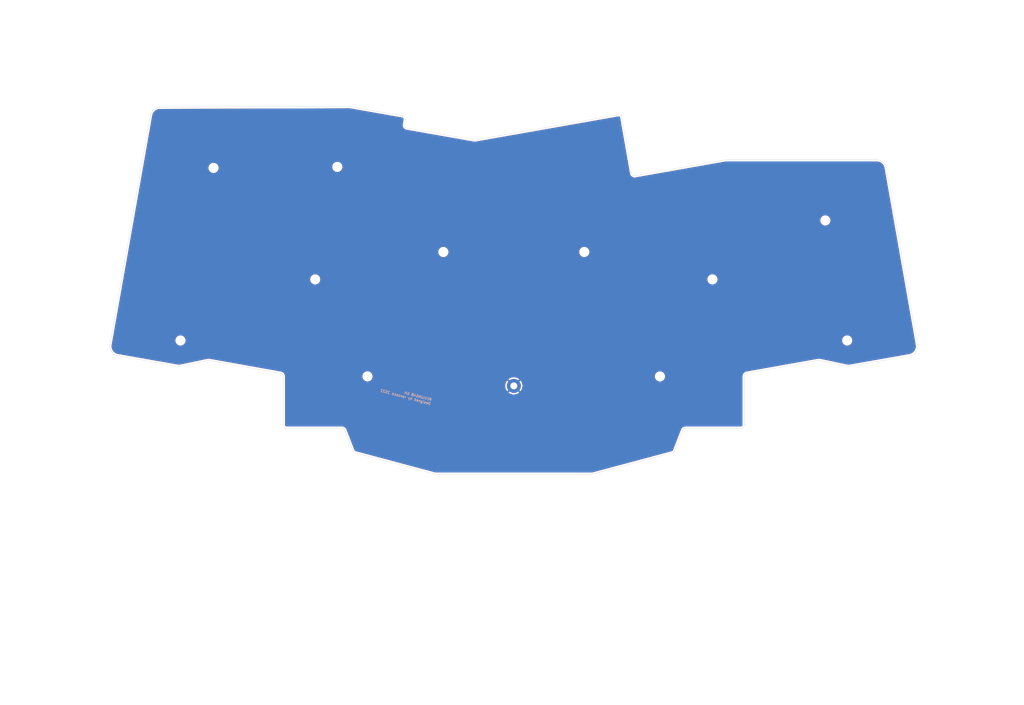
<source format=kicad_pcb>
(kicad_pcb (version 20211014) (generator pcbnew)
  (title_block (title "REVIUNG41 TOP PLATE") (date "2021-06-24") (rev "1.4"))
  (layers (0 "F.Cu" signal) (31 "B.Cu" signal) (34 "B.Paste" user) (35 "F.Paste" user) (36 "B.SilkS" user "B.Silkscreen") (37 "F.SilkS" user "F.Silkscreen") (38 "B.Mask" user) (39 "F.Mask" user) (44 "Edge.Cuts" user))
  (net 0 "")
  (net 1 "GND")
  (footprint "MountingHole:MountingHole_2.2mm_M2_Pad" (layer "F.Cu") (at 146.468416 116.54238)
    (fp_text reference "H1" hide)
    (fp_text value "MountingHole_Pad" hide)
    (pad "1" thru_hole circle locked (at 0 0) (size 4.4 4.4) (drill 2.2) (layers *.Cu *.Mask) (net 1 "GND"))
  )
  (footprint "MountingHole:MountingHole_2.2mm_M2" (layer "F.Cu") (at 52.238068 48.142263)
    (fp_text reference "H11" hide)
    (fp_text value "MountingHole_2.2mm_M2" hide)
    (pad "" np_thru_hole circle locked (at 0 0) (size 2.2 2.2) (drill 2.2) (layers *.Cu *.Mask))
  )
  (footprint "MountingHole:MountingHole_2.2mm_M2" (layer "F.Cu") (at 41.868416 102.29238)
    (fp_text reference "H2" hide)
    (fp_text value "MountingHole_2.2mm_M2" hide)
    (pad "" np_thru_hole circle locked (at 0 0) (size 2.2 2.2) (drill 2.2) (layers *.Cu *.Mask))
  )
  (footprint "MountingHole:MountingHole_2.2mm_M2" (layer "F.Cu") (at 84.148417 83.132379)
    (fp_text reference "H3" hide)
    (fp_text value "MountingHole_2.2mm_M2" hide)
    (pad "" np_thru_hole circle locked (at 0 0) (size 2.2 2.2) (drill 2.2) (layers *.Cu *.Mask))
  )
  (footprint "MountingHole:MountingHole_2.2mm_M2" (layer "F.Cu") (at 124.358416 74.532378)
    (fp_text reference "H4" hide)
    (fp_text value "MountingHole_2.2mm_M2" hide)
    (pad "" np_thru_hole circle locked (at 0 0) (size 2.2 2.2) (drill 2.2) (layers *.Cu *.Mask))
  )
  (footprint "MountingHole:MountingHole_2.2mm_M2" (layer "F.Cu") (at 100.548416 113.562379)
    (fp_text reference "H5" hide)
    (fp_text value "MountingHole_2.2mm_M2" hide)
    (pad "" np_thru_hole circle locked (at 0 0) (size 2.2 2.2) (drill 2.2) (layers *.Cu *.Mask))
  )
  (footprint "MountingHole:MountingHole_2.2mm_M2" (layer "F.Cu") (at 168.578416 74.522379)
    (fp_text reference "H6" hide)
    (fp_text value "MountingHole_2.2mm_M2" hide)
    (pad "" np_thru_hole circle locked (at 0 0) (size 2.2 2.2) (drill 2.2) (layers *.Cu *.Mask))
  )
  (footprint "MountingHole:MountingHole_2.2mm_M2" (layer "F.Cu") (at 192.318416 113.57238)
    (fp_text reference "H7" hide)
    (fp_text value "MountingHole_2.2mm_M2" hide)
    (pad "" np_thru_hole circle locked (at 0 0) (size 2.2 2.2) (drill 2.2) (layers *.Cu *.Mask))
  )
  (footprint "MountingHole:MountingHole_2.2mm_M2" (layer "F.Cu") (at 208.788417 83.132378)
    (fp_text reference "H8" hide)
    (fp_text value "MountingHole_2.2mm_M2" hide)
    (pad "" np_thru_hole circle locked (at 0 0) (size 2.2 2.2) (drill 2.2) (layers *.Cu *.Mask))
  )
  (footprint "MountingHole:MountingHole_2.2mm_M2" (layer "F.Cu") (at 244.208417 64.622378)
    (fp_text reference "H9" hide)
    (fp_text value "MountingHole_2.2mm_M2" hide)
    (pad "" np_thru_hole circle locked (at 0 0) (size 2.2 2.2) (drill 2.2) (layers *.Cu *.Mask))
  )
  (footprint "MountingHole:MountingHole_2.2mm_M2" (layer "F.Cu") (at 251.068417 102.29238)
    (fp_text reference "H10" hide)
    (fp_text value "MountingHole_2.2mm_M2" hide)
    (pad "" np_thru_hole circle locked (at 0 0) (size 2.2 2.2) (drill 2.2) (layers *.Cu *.Mask))
  )
  (footprint "MountingHole:MountingHole_2.2mm_M2" (layer "F.Cu") (at 91.088363 47.826107)
    (fp_text reference "H4" hide)
    (fp_text value "MountingHole_2.2mm_M2" hide)
    (pad "" np_thru_hole circle locked (at 0 0) (size 2.2 2.2) (drill 2.2) (layers F&B.Cu *.Mask))
  )
  (gr_curve (pts (xy 199.376979 130.409396) (xy 199.526107 130.024364) (xy 199.896562 129.770569) (xy 200.30948 129.770568)) (layer "Edge.Cuts") (width 0.1))
  (gr_curve (pts (xy 74.161601 113.519299) (xy 74.161601 113.519299) (xy 74.161602 128.770565) (xy 74.161602 128.770565)) (layer "Edge.Cuts") (width 0.1))
  (gr_line (start 219.542787 112.51869) (end 241.922787 108.528689) (layer "Edge.Cuts") (width 0.1))
  (gr_line (start 112.904645 35.69088) (end 134.189026 39.443189) (layer "Edge.Cuts") (width 0.1))
  (gr_curve (pts (xy 19.805271 103.563597) (xy 19.516594 105.196078) (xy 20.606687 106.753217) (xy 22.239383 107.040603)) (layer "Edge.Cuts") (width 0.1))
  (gr_curve (pts (xy 273.053358 103.565233) (xy 273.053358 103.565233) (xy 263.272043 48.096527) (xy 263.272043 48.096527)) (layer "Edge.Cuts") (width 0.1))
  (gr_curve (pts (xy 41.047495 110.351082) (xy 41.299115 110.395372) (xy 41.556894 110.391045) (xy 41.80688 110.338333)) (layer "Edge.Cuts") (width 0.1))
  (gr_curve (pts (xy 218.729434 128.770564) (xy 218.729434 128.770564) (xy 218.729435 113.510148) (xy 218.729435 113.510148)) (layer "Edge.Cuts") (width 0.1))
  (gr_curve (pts (xy 251.068094 110.337603) (xy 251.318896 110.390787) (xy 251.577559 110.395265) (xy 251.830041 110.350802)) (layer "Edge.Cuts") (width 0.1))
  (gr_curve (pts (xy 73.337793 112.53495) (xy 73.81453 112.620279) (xy 74.161602 113.034984) (xy 74.161601 113.519299)) (layer "Edge.Cuts") (width 0.1))
  (gr_line (start 95.017592 28.942855) (end 35.472105 29.150485) (layer "Edge.Cuts") (width 0.1))
  (gr_curve (pts (xy 121.869669 144.218309) (xy 121.869669 144.218309) (xy 171.056332 144.218307) (xy 171.056332 144.218307)) (layer "Edge.Cuts") (width 0.1))
  (gr_curve (pts (xy 41.80688 110.338333) (xy 41.80688 110.338333) (xy 50.26797 108.554034) (xy 50.26797 108.554034)) (layer "Edge.Cuts") (width 0.1))
  (gr_curve (pts (xy 93.496014 130.408665) (xy 93.496014 130.408665) (xy 96.009321 136.882795) (xy 96.009321 136.882795)) (layer "Edge.Cuts") (width 0.1))
  (gr_curve (pts (xy 51.033061 108.542299) (xy 51.033061 108.542299) (xy 73.337793 112.53495) (xy 73.337793 112.53495)) (layer "Edge.Cuts") (width 0.1))
  (gr_arc (start 179.505246 31.452781) (mid 180.032365 31.732331) (end 180.303236 32.263987) (layer "Edge.Cuts") (width 0.1))
  (gr_line (start 180.303236 32.263987) (end 183.402718 49.834289) (layer "Edge.Cuts") (width 0.1))
  (gr_line (start 184.56119 50.645499) (end 213.045647 45.617958) (layer "Edge.Cuts") (width 0.1))
  (gr_curve (pts (xy 92.563794 129.770567) (xy 92.97643 129.770569) (xy 93.346691 130.024019) (xy 93.496014 130.408665)) (layer "Edge.Cuts") (width 0.1))
  (gr_line (start 112.36085 33.016418) (end 112.093447 34.532369) (layer "Edge.Cuts") (width 0.1))
  (gr_arc (start 112.904645 35.69088) (mid 112.259085 35.279634) (end 112.093447 34.532369) (layer "Edge.Cuts") (width 0.1))
  (gr_curve (pts (xy 200.30948 129.770568) (xy 200.30948 129.770568) (xy 217.729452 129.770569) (xy 217.729452 129.770569)) (layer "Edge.Cuts") (width 0.1))
  (gr_curve (pts (xy 96.009321 136.882795) (xy 96.124753 137.180172) (xy 96.375147 137.40462) (xy 96.683331 137.487)) (layer "Edge.Cuts") (width 0.1))
  (gr_curve (pts (xy 74.161602 128.770565) (xy 74.161601 129.322856) (xy 74.609311 129.770567) (xy 75.161604 129.770569)) (layer "Edge.Cuts") (width 0.1))
  (gr_curve (pts (xy 270.619419 107.040712) (xy 272.25134 106.753218) (xy 273.34111 105.197089) (xy 273.053358 103.565233)) (layer "Edge.Cuts") (width 0.1))
  (gr_curve (pts (xy 184.56119 50.645499) (xy 184.017271 50.741406) (xy 183.498592 50.378208) (xy 183.402718 49.834289)) (layer "Edge.Cuts") (width 0.1))
  (gr_curve (pts (xy 196.196099 137.48728) (xy 196.504349 137.404726) (xy 196.754699 137.180043) (xy 196.869959 136.88245)) (layer "Edge.Cuts") (width 0.1))
  (gr_curve (pts (xy 96.683331 137.487) (xy 96.683331 137.487) (xy 121.869669 144.218309) (xy 121.869669 144.218309)) (layer "Edge.Cuts") (width 0.1))
  (gr_curve (pts (xy 242.650973 108.552394) (xy 242.650973 108.552394) (xy 251.068092 110.337629) (xy 251.068092 110.337629)) (layer "Edge.Cuts") (width 0.1))
  (gr_curve (pts (xy 32.517686 31.629498) (xy 32.770515 30.19575) (xy 34.016243 29.150482) (xy 35.472105 29.150485)) (layer "Edge.Cuts") (width 0.1))
  (gr_curve (pts (xy 32.517686 31.629498) (xy 29.614376 48.094981) (xy 19.805266 103.563612) (xy 19.805266 103.563612)) (layer "Edge.Cuts") (width 0.1))
  (gr_line (start 95.017592 28.942855) (end 111.54965 31.857905) (layer "Edge.Cuts") (width 0.1))
  (gr_curve (pts (xy 217.729452 129.770569) (xy 218.281723 129.770569) (xy 218.729435 129.322857) (xy 218.729434 128.770564)) (layer "Edge.Cuts") (width 0.1))
  (gr_line (start 134.189026 39.443189) (end 179.505246 31.452781) (layer "Edge.Cuts") (width 0.1))
  (gr_curve (pts (xy 75.161604 129.770569) (xy 75.161604 129.770569) (xy 92.563794 129.770567) (xy 92.563794 129.770567)) (layer "Edge.Cuts") (width 0.1))
  (gr_curve (pts (xy 171.056332 144.218307) (xy 171.056332 144.218307) (xy 196.196099 137.48728) (xy 196.196099 137.48728)) (layer "Edge.Cuts") (width 0.1))
  (gr_curve (pts (xy 196.869959 136.88245) (xy 196.869959 136.88245) (xy 199.376979 130.409396) (xy 199.376979 130.409396)) (layer "Edge.Cuts") (width 0.1))
  (gr_line (start 270.619415 107.040718) (end 251.830046 110.350812) (layer "Edge.Cuts") (width 0.1))
  (gr_arc (start 111.54965 31.857905) (mid 112.195195 32.269157) (end 112.36085 33.016418) (layer "Edge.Cuts") (width 0.1))
  (gr_curve (pts (xy 218.729435 113.510148) (xy 218.712788 113.01869) (xy 219.076766 112.61085) (xy 219.542787 112.51869)) (layer "Edge.Cuts") (width 0.1))
  (gr_curve (pts (xy 50.26797 108.554034) (xy 50.51987 108.500915) (xy 50.779651 108.496931) (xy 51.033061 108.542299)) (layer "Edge.Cuts") (width 0.1))
  (gr_line (start 260.317635 45.617527) (end 213.045647 45.617958) (layer "Edge.Cuts") (width 0.1))
  (gr_arc (start 241.922787 108.528689) (mid 242.288067 108.504077) (end 242.650973 108.552394) (layer "Edge.Cuts") (width 0.1))
  (gr_curve (pts (xy 22.239383 107.040603) (xy 22.239383 107.040603) (xy 41.047495 110.351082) (xy 41.047495 110.351082)) (layer "Edge.Cuts") (width 0.1))
  (gr_curve (pts (xy 263.272043 48.096527) (xy 263.019216 46.662786) (xy 261.773512 45.6175) (xy 260.317637 45.617499)) (layer "Edge.Cuts") (width 0.1))
  (gr_text "REVIUNG48 GH\nDesigned by ronzeco 2022" (at 120.608416 121.57238 -15) (layer "B.SilkS") (effects (font (size 0.8 0.8)) (justify left mirror)))
  (zone (net 1) (net_name "GND") (layers F&B.Cu) (connect_pads (clearance 0.508)) (min_thickness 0.254) (fill yes (thermal_gap 0.508) (thermal_bridge_width 0.508))
    (polygon (pts (xy 306.55 216.63) (xy -14.76 216.63) (xy -14.76 -4.54) (xy 306.55 -4.54)))
  )
)
</source>
